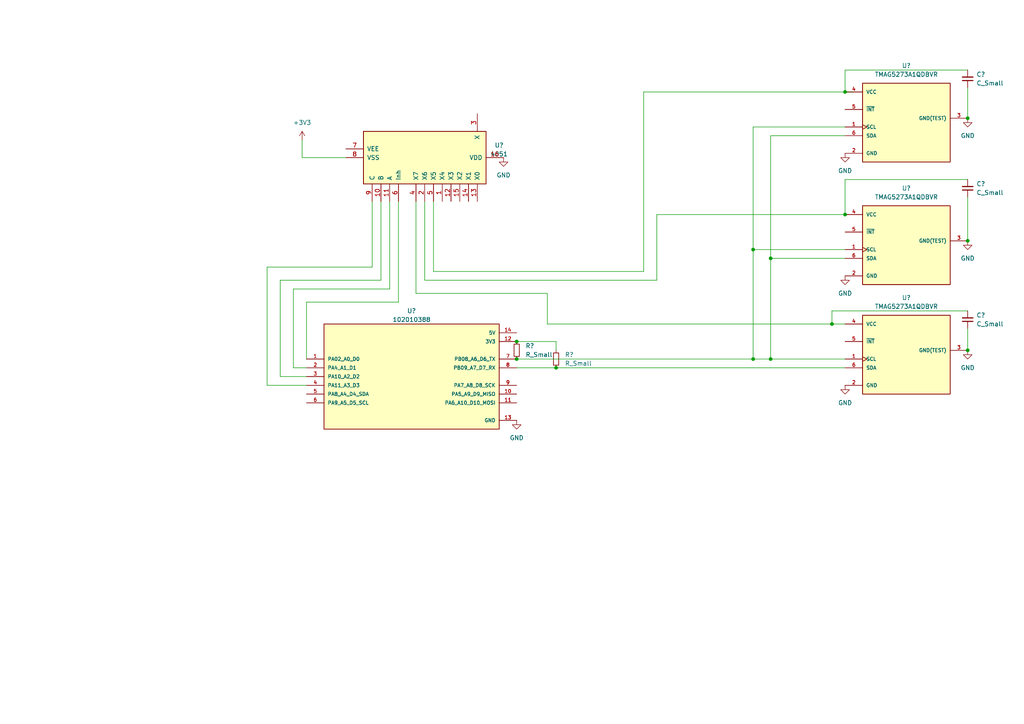
<source format=kicad_sch>
(kicad_sch (version 20211123) (generator eeschema)
  (paper "A4")
  (lib_symbols
    (symbol "102010388:102010388" (pin_names (offset 1.016))
      (property "Reference" "U" (at -25.4 16.002 0))
      (property "Value" "102010388" (at -25.4 -17.78 0))
      (symbol "102010388_0_0"
        (rectangle (start -25.4 -15.24) (end 25.4 15.24) (stroke (width 0.254)) (fill (type background)))
        (pin bidirectional line (at -30.48 5.08 0) (length 5.08) (name "PA02_A0_D0") (number "1"))
        (pin bidirectional line (at 30.48 -5.08 180) (length 5.08) (name "PA5_A9_D9_MISO") (number "10"))
        (pin bidirectional line (at 30.48 -7.62 180) (length 5.08) (name "PA6_A10_D10_MOSI") (number "11"))
        (pin power_in line (at 30.48 10.16 180) (length 5.08) (name "3V3") (number "12"))
        (pin power_in line (at 30.48 -12.7 180) (length 5.08) (name "GND") (number "13"))
        (pin power_in line (at 30.48 12.7 180) (length 5.08) (name "5V") (number "14"))
        (pin bidirectional line (at -30.48 2.54 0) (length 5.08) (name "PA4_A1_D1") (number "2"))
        (pin bidirectional line (at -30.48 0 0) (length 5.08) (name "PA10_A2_D2") (number "3"))
        (pin bidirectional line (at -30.48 -2.54 0) (length 5.08) (name "PA11_A3_D3") (number "4"))
        (pin bidirectional line (at -30.48 -5.08 0) (length 5.08) (name "PA8_A4_D4_SDA") (number "5"))
        (pin bidirectional line (at -30.48 -7.62 0) (length 5.08) (name "PA9_A5_D5_SCL") (number "6"))
        (pin bidirectional line (at 30.48 5.08 180) (length 5.08) (name "PB08_A6_D6_TX") (number "7"))
        (pin bidirectional line (at 30.48 2.54 180) (length 5.08) (name "PB09_A7_D7_RX") (number "8"))
        (pin bidirectional line (at 30.48 -2.54 180) (length 5.08) (name "PA7_A8_D8_SCK") (number "9"))
      )
    )
    (symbol "4xxx:4051" (pin_names (offset 1.016))
      (property "Reference" "U" (at -7.62 19.05 0))
      (property "Value" "4051" (at -7.62 -19.05 0))
      (symbol "4051_1_0"
        (pin passive line (at -12.7 5.08 0) (length 5.08) (name "X4") (number "1"))
        (pin input line (at -12.7 -12.7 0) (length 5.08) (name "B") (number "10"))
        (pin input line (at -12.7 -10.16 0) (length 5.08) (name "A") (number "11"))
        (pin passive line (at -12.7 7.62 0) (length 5.08) (name "X3") (number "12"))
        (pin passive line (at -12.7 15.24 0) (length 5.08) (name "X0") (number "13"))
        (pin passive line (at -12.7 12.7 0) (length 5.08) (name "X1") (number "14"))
        (pin passive line (at -12.7 10.16 0) (length 5.08) (name "X2") (number "15"))
        (pin power_in line (at 0 22.86 270) (length 5.08) (name "VDD") (number "16"))
        (pin passive line (at -12.7 0 0) (length 5.08) (name "X6") (number "2"))
        (pin passive line (at 12.7 15.24 180) (length 5.08) (name "X") (number "3"))
        (pin passive line (at -12.7 -2.54 0) (length 5.08) (name "X7") (number "4"))
        (pin passive line (at -12.7 2.54 0) (length 5.08) (name "X5") (number "5"))
        (pin input line (at -12.7 -7.62 0) (length 5.08) (name "Inh") (number "6"))
        (pin power_in line (at 2.54 -22.86 90) (length 5.08) (name "VEE") (number "7"))
        (pin power_in line (at 0 -22.86 90) (length 5.08) (name "VSS") (number "8"))
        (pin input line (at -12.7 -15.24 0) (length 5.08) (name "C") (number "9"))
      )
      (symbol "4051_1_1"
        (rectangle (start -7.62 17.78) (end 7.62 -17.78) (stroke (width 0.254)) (fill (type background)))
      )
    )
    (symbol "Device:C_Small" (pin_numbers hide) (pin_names (offset 0.254) hide)
      (property "Reference" "C" (at 0.254 1.778 0))
      (property "Value" "C_Small" (at 0.254 -2.032 0))
      (symbol "C_Small_0_1"
        (polyline (pts (xy -1.524 -0.508) (xy 1.524 -0.508)) (stroke (width 0.3302)))
        (polyline (pts (xy -1.524 0.508) (xy 1.524 0.508)) (stroke (width 0.3048)))
      )
      (symbol "C_Small_1_1"
        (pin passive line (at 0 2.54 270) (length 2.032) (name "~") (number "1"))
        (pin passive line (at 0 -2.54 90) (length 2.032) (name "~") (number "2"))
      )
    )
    (symbol "Device:R_Small" (pin_numbers hide) (pin_names (offset 0.254) hide)
      (property "Reference" "R" (at 0.762 0.508 0))
      (property "Value" "R_Small" (at 0.762 -1.016 0))
      (symbol "R_Small_0_1"
        (rectangle (start -0.762 1.778) (end 0.762 -1.778) (stroke (width 0.2032)))
      )
      (symbol "R_Small_1_1"
        (pin passive line (at 0 2.54 270) (length 0.762) (name "~") (number "1"))
        (pin passive line (at 0 -2.54 90) (length 0.762) (name "~") (number "2"))
      )
    )
    (symbol "TMAG5273A1QDBVR:TMAG5273A1QDBVR" (pin_names (offset 1.016))
      (property "Reference" "U" (at -12.7 10.922 0))
      (property "Value" "TMAG5273A1QDBVR" (at -12.7 -15.24 0))
      (symbol "TMAG5273A1QDBVR_0_0"
        (rectangle (start -12.7 -12.7) (end 12.7 10.16) (stroke (width 0.254)) (fill (type background)))
        (pin bidirectional clock (at 17.78 -2.54 180) (length 5.08) (name "SCL") (number "1"))
        (pin power_in line (at 17.78 -10.16 180) (length 5.08) (name "GND") (number "2"))
        (pin input line (at -17.78 0 0) (length 5.08) (name "GND(TEST)") (number "3"))
        (pin power_in line (at 17.78 7.62 180) (length 5.08) (name "VCC") (number "4"))
        (pin bidirectional line (at 17.78 2.54 180) (length 5.08) (name "~{INT}") (number "5"))
        (pin bidirectional line (at 17.78 -5.08 180) (length 5.08) (name "SDA") (number "6"))
      )
    )
    (symbol "power:+3V3" (power) (pin_names (offset 0))
      (property "Value" "+3V3" (at 0 3.556 0))
      (symbol "+3V3_0_1"
        (polyline (pts (xy -0.762 1.27) (xy 0 2.54)))
        (polyline (pts (xy 0 0) (xy 0 2.54)))
        (polyline (pts (xy 0 2.54) (xy 0.762 1.27)))
      )
      (symbol "+3V3_1_1"
        (pin power_in line (at 0 0 90) (length 0) hide (name "+3V3") (number "1"))
      )
    )
    (symbol "power:GND" (power) (pin_names (offset 0))
      (property "Value" "GND" (at 0 -3.81 0))
      (symbol "GND_0_1"
        (polyline (pts (xy 0 0) (xy 0 -1.27) (xy 1.27 -1.27) (xy 0 -2.54) (xy -1.27 -1.27) (xy 0 -1.27)))
      )
      (symbol "GND_1_1"
        (pin power_in line (at 0 0 270) (length 0) hide (name "GND") (number "1"))
      )
    )
  )
  (junction (at 161.29 106.68))
  (junction (at 149.86 104.14))
  (junction (at 223.52 104.14))
  (junction (at 223.52 74.93))
  (junction (at 245.11 62.23))
  (junction (at 218.44 72.39))
  (junction (at 280.67 69.85))
  (junction (at 245.11 26.67))
  (junction (at 218.44 104.14))
  (junction (at 280.67 34.29))
  (junction (at 149.86 99.06))
  (junction (at 241.3 93.98))
  (junction (at 280.67 101.6))
  (wire (pts (xy 218.44 72.39) (xy 245.11 72.39)))
  (wire (pts (xy 218.44 72.39) (xy 218.44 104.14)))
  (wire (pts (xy 88.9 87.63) (xy 88.9 104.14)))
  (wire (pts (xy 223.52 104.14) (xy 245.11 104.14)))
  (wire (pts (xy 85.09 106.68) (xy 85.09 83.82)))
  (wire (pts (xy 158.75 93.98) (xy 158.75 85.09)))
  (wire (pts (xy 125.73 78.74) (xy 125.73 58.42)))
  (wire (pts (xy 186.69 26.67) (xy 245.11 26.67)))
  (wire (pts (xy 223.52 74.93) (xy 245.11 74.93)))
  (wire (pts (xy 110.49 58.42) (xy 110.49 81.28)))
  (wire (pts (xy 280.67 69.85) (xy 280.67 57.15)))
  (wire (pts (xy 186.69 78.74) (xy 125.73 78.74)))
  (wire (pts (xy 115.57 58.42) (xy 115.57 87.63)))
  (wire (pts (xy 88.9 106.68) (xy 85.09 106.68)))
  (wire (pts (xy 280.67 95.25) (xy 280.67 101.6)))
  (wire (pts (xy 223.52 74.93) (xy 223.52 104.14)))
  (wire (pts (xy 245.11 20.32) (xy 280.67 20.32)))
  (wire (pts (xy 87.63 45.72) (xy 87.63 40.64)))
  (wire (pts (xy 110.49 81.28) (xy 81.28 81.28)))
  (wire (pts (xy 107.95 58.42) (xy 107.95 77.47)))
  (wire (pts (xy 158.75 93.98) (xy 241.3 93.98)))
  (wire (pts (xy 107.95 77.47) (xy 77.47 77.47)))
  (wire (pts (xy 115.57 87.63) (xy 88.9 87.63)))
  (wire (pts (xy 245.11 52.07) (xy 245.11 62.23)))
  (wire (pts (xy 149.86 104.14) (xy 218.44 104.14)))
  (wire (pts (xy 123.19 81.28) (xy 123.19 58.42)))
  (wire (pts (xy 223.52 39.37) (xy 223.52 74.93)))
  (wire (pts (xy 280.67 90.17) (xy 241.3 90.17)))
  (wire (pts (xy 280.67 52.07) (xy 245.11 52.07)))
  (wire (pts (xy 161.29 99.06) (xy 149.86 99.06)))
  (wire (pts (xy 241.3 90.17) (xy 241.3 93.98)))
  (wire (pts (xy 190.5 62.23) (xy 245.11 62.23)))
  (wire (pts (xy 186.69 26.67) (xy 186.69 78.74)))
  (wire (pts (xy 218.44 36.83) (xy 218.44 72.39)))
  (wire (pts (xy 81.28 81.28) (xy 81.28 109.22)))
  (wire (pts (xy 149.86 106.68) (xy 161.29 106.68)))
  (wire (pts (xy 245.11 20.32) (xy 245.11 26.67)))
  (wire (pts (xy 247.65 26.67) (xy 245.11 26.67)))
  (wire (pts (xy 100.33 45.72) (xy 87.63 45.72)))
  (wire (pts (xy 190.5 81.28) (xy 123.19 81.28)))
  (wire (pts (xy 81.28 109.22) (xy 88.9 109.22)))
  (wire (pts (xy 77.47 77.47) (xy 77.47 111.76)))
  (wire (pts (xy 113.03 83.82) (xy 113.03 58.42)))
  (wire (pts (xy 77.47 111.76) (xy 88.9 111.76)))
  (wire (pts (xy 120.65 85.09) (xy 120.65 58.42)))
  (wire (pts (xy 245.11 39.37) (xy 223.52 39.37)))
  (wire (pts (xy 245.11 93.98) (xy 241.3 93.98)))
  (wire (pts (xy 161.29 106.68) (xy 245.11 106.68)))
  (wire (pts (xy 218.44 104.14) (xy 223.52 104.14)))
  (wire (pts (xy 161.29 101.6) (xy 161.29 99.06)))
  (wire (pts (xy 85.09 83.82) (xy 113.03 83.82)))
  (wire (pts (xy 190.5 62.23) (xy 190.5 81.28)))
  (wire (pts (xy 280.67 25.4) (xy 280.67 34.29)))
  (wire (pts (xy 158.75 85.09) (xy 120.65 85.09)))
  (wire (pts (xy 245.11 36.83) (xy 218.44 36.83)))
  (symbol (lib_id "power:GND") (at 146.05 45.72 0) (unit 1)
    (property "Reference" "#PWR?" (effects hide))
    (property "Value" "GND" (at 146.05 50.8 0))
  )
  (symbol (lib_id "TMAG5273A1QDBVR:TMAG5273A1QDBVR") (at 262.89 69.85 0) (mirror y) (unit 1)
    (property "Reference" "U?" (at 262.89 54.61 0))
    (property "Value" "TMAG5273A1QDBVR" (at 262.89 57.15 0))
    (property "Footprint" "SOT95P280X145-6N" (effects hide))
    (property "PARTREV" "A" (effects hide))
    (property "SNAPEDA_PN" "TMAG5273A1QDBVR" (effects hide))
    (property "MANUFACTURER" "Texas Instruments" (effects hide))
    (property "STANDARD" "IPC-7351B" (effects hide))
    (property "MAXIMUM_PACKAGE_HEIGHT" "1.45 mm" (effects hide))
  )
  (symbol (lib_id "power:GND") (at 245.11 111.76 0) (unit 1)
    (property "Reference" "#PWR?" (effects hide))
    (property "Value" "GND" (at 245.11 116.84 0))
  )
  (symbol (lib_id "power:GND") (at 280.67 34.29 0) (unit 1)
    (property "Reference" "#PWR?" (effects hide))
    (property "Value" "GND" (at 280.67 39.37 0))
  )
  (symbol (lib_id "power:GND") (at 280.67 69.85 0) (unit 1)
    (property "Reference" "#PWR?" (effects hide))
    (property "Value" "GND" (at 280.67 74.93 0))
  )
  (symbol (lib_id "power:+3V3") (at 87.63 40.64 0) (unit 1)
    (property "Reference" "#PWR?" (effects hide))
    (property "Value" "+3V3" (at 87.63 35.56 0))
  )
  (symbol (lib_id "TMAG5273A1QDBVR:TMAG5273A1QDBVR") (at 262.89 101.6 0) (mirror y) (unit 1)
    (property "Reference" "U?" (at 262.89 86.36 0))
    (property "Value" "TMAG5273A1QDBVR" (at 262.89 88.9 0))
    (property "Footprint" "SOT95P280X145-6N" (effects hide))
    (property "PARTREV" "A" (effects hide))
    (property "SNAPEDA_PN" "TMAG5273A1QDBVR" (effects hide))
    (property "MANUFACTURER" "Texas Instruments" (effects hide))
    (property "STANDARD" "IPC-7351B" (effects hide))
    (property "MAXIMUM_PACKAGE_HEIGHT" "1.45 mm" (effects hide))
  )
  (symbol (lib_id "power:GND") (at 245.11 80.01 0) (unit 1)
    (property "Reference" "#PWR?" (effects hide))
    (property "Value" "GND" (at 245.11 85.09 0))
  )
  (symbol (lib_id "TMAG5273A1QDBVR:TMAG5273A1QDBVR") (at 262.89 34.29 0) (mirror y) (unit 1)
    (property "Reference" "U?" (at 262.89 19.05 0))
    (property "Value" "TMAG5273A1QDBVR" (at 262.89 21.59 0))
    (property "Footprint" "SOT95P280X145-6N" (effects hide))
    (property "PARTREV" "A" (effects hide))
    (property "SNAPEDA_PN" "TMAG5273A1QDBVR" (effects hide))
    (property "MANUFACTURER" "Texas Instruments" (effects hide))
    (property "STANDARD" "IPC-7351B" (effects hide))
    (property "MAXIMUM_PACKAGE_HEIGHT" "1.45 mm" (effects hide))
  )
  (symbol (lib_id "Device:C_Small") (at 280.67 54.61 180) (unit 1)
    (property "Reference" "C?" (at 283.21 53.3335 0) (effects (justify right)))
    (property "Value" "C_Small" (at 283.21 55.8735 0) (effects (justify right)))
  )
  (symbol (lib_id "4xxx:4051") (at 123.19 45.72 270) (mirror x) (unit 1)
    (property "Reference" "U?" (at 144.78 42.1386 90))
    (property "Value" "4051" (at 144.78 44.6786 90))
    (property "Datasheet" "http://www.intersil.com/content/dam/Intersil/documents/cd40/cd4051bms-52bms-53bms.pdf" (effects hide))
  )
  (symbol (lib_id "Device:C_Small") (at 280.67 22.86 180) (unit 1)
    (property "Reference" "C?" (at 283.21 21.5835 0) (effects (justify right)))
    (property "Value" "C_Small" (at 283.21 24.1235 0) (effects (justify right)))
  )
  (symbol (lib_id "power:GND") (at 280.67 101.6 0) (unit 1)
    (property "Reference" "#PWR?" (effects hide))
    (property "Value" "GND" (at 280.67 106.68 0))
  )
  (symbol (lib_id "power:GND") (at 149.86 121.92 0) (unit 1)
    (property "Reference" "#PWR?" (effects hide))
    (property "Value" "GND" (at 149.86 127 0))
  )
  (symbol (lib_id "power:GND") (at 245.11 44.45 0) (unit 1)
    (property "Reference" "#PWR?" (effects hide))
    (property "Value" "GND" (at 245.11 49.53 0))
  )
  (symbol (lib_id "Device:C_Small") (at 280.67 92.71 180) (unit 1)
    (property "Reference" "C?" (at 283.21 91.4335 0) (effects (justify right)))
    (property "Value" "C_Small" (at 283.21 93.9735 0) (effects (justify right)))
  )
  (symbol (lib_id "102010388:102010388") (at 119.38 109.22 0) (unit 1)
    (property "Reference" "U?" (at 119.38 90.17 0))
    (property "Value" "102010388" (at 119.38 92.71 0))
    (property "Footprint" "MODULE_102010388" (effects hide))
    (property "MANUFACTURER" "Seeed Technology" (effects hide))
    (property "PARTREV" "N/A" (effects hide))
    (property "SNAPEDA_PN" "102010388" (effects hide))
    (property "STANDARD" "Manufacturer Recommendations" (effects hide))
    (property "MAXIMUM_PACKAGE_HEIGHT" "N/A" (effects hide))
  )
  (symbol (lib_id "Device:R_Small") (at 161.29 104.14 0) (unit 1)
    (property "Reference" "R?" (at 163.83 102.8699 0) (effects (justify left)))
    (property "Value" "R_Small" (at 163.83 105.4099 0) (effects (justify left)))
  )
  (symbol (lib_id "Device:R_Small") (at 149.86 101.6 0) (unit 1)
    (property "Reference" "R?" (at 152.4 100.3299 0) (effects (justify left)))
    (property "Value" "R_Small" (at 152.4 102.8699 0) (effects (justify left)))
  )
)
</source>
